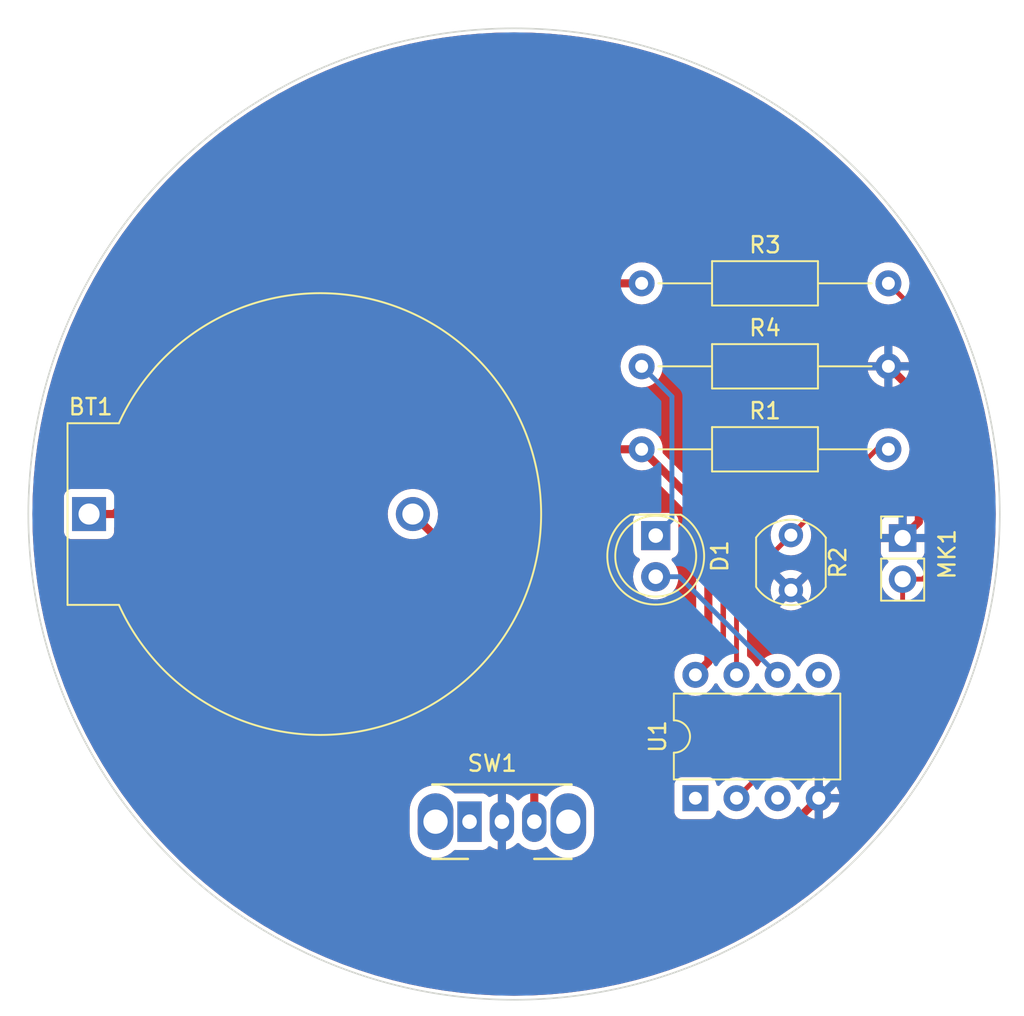
<source format=kicad_pcb>
(kicad_pcb (version 20221018) (generator pcbnew)
  (layers (0 "F.Cu" signal) (31 "B.Cu" signal) (34 "B.Paste" user) (35 "F.Paste" user) (36 "B.SilkS" user "B.Silkscreen") (37 "F.SilkS" user "F.Silkscreen") (38 "B.Mask" user) (39 "F.Mask" user) (44 "Edge.Cuts" user))
  (net 0 "")
  (net 1 "+3.3V")
  (net 2 "Net-(BT1--)")
  (net 3 "Net-(D1-K)")
  (net 4 "/LED")
  (net 5 "GND")
  (net 6 "/MIC")
  (net 7 "/LDR")
  (footprint "Package_DIP:DIP-8_W7.62mm" (layer "F.Cu") (at 144.7 114.8 90)
    (fp_text reference "U1" (at 3.81 -2.33 90) (layer "F.SilkS"))
    (fp_text value "ATtiny85V-10P")
    (fp_line (start 1.16 -1.33) (end 1.16 8.95) (stroke (width 0.12)) (layer "F.SilkS"))
    (fp_line (start 1.16 8.95) (end 6.46 8.95) (stroke (width 0.12)) (layer "F.SilkS"))
    (fp_line (start 2.81 -1.33) (end 1.16 -1.33) (stroke (width 0.12)) (layer "F.SilkS"))
    (fp_line (start 6.46 -1.33) (end 4.81 -1.33) (stroke (width 0.12)) (layer "F.SilkS"))
    (fp_line (start 6.46 8.95) (end 6.46 -1.33) (stroke (width 0.12)) (layer "F.SilkS"))
    (fp_arc (start 4.81 -1.33) (mid 3.81 -0.33) (end 2.81 -1.33) (stroke (width 0.12)) (layer "F.SilkS"))
    (pad "1" thru_hole rect (at 0 0 90) (size 1.6 1.6) (drill 0.8) (layers "*.Cu" "*.Mask"))
    (pad "2" thru_hole oval (at 0 2.54 90) (size 1.6 1.6) (drill 0.8) (layers "*.Cu" "*.Mask") (net 6 "/MIC"))
    (pad "3" thru_hole oval (at 0 5.08 90) (size 1.6 1.6) (drill 0.8) (layers "*.Cu" "*.Mask"))
    (pad "4" thru_hole oval (at 0 7.62 90) (size 1.6 1.6) (drill 0.8) (layers "*.Cu" "*.Mask") (net 5 "GND"))
    (pad "5" thru_hole oval (at 7.62 7.62 90) (size 1.6 1.6) (drill 0.8) (layers "*.Cu" "*.Mask"))
    (pad "6" thru_hole oval (at 7.62 5.08 90) (size 1.6 1.6) (drill 0.8) (layers "*.Cu" "*.Mask") (net 4 "/LED"))
    (pad "7" thru_hole oval (at 7.62 2.54 90) (size 1.6 1.6) (drill 0.8) (layers "*.Cu" "*.Mask") (net 7 "/LDR"))
    (pad "8" thru_hole oval (at 7.62 0 90) (size 1.6 1.6) (drill 0.8) (layers "*.Cu" "*.Mask") (net 1 "+3.3V"))
  )
  (footprint "Resistor_THT:R_Axial_DIN0207_L6.3mm_D2.5mm_P15.24mm_Horizontal" (layer "F.Cu") (at 141.38 83)
    (fp_text reference "R3" (at 7.62 -2.37) (layer "F.SilkS"))
    (fp_text value "5.6k")
    (fp_line (start 1.04 0) (end 4.35 0) (stroke (width 0.12)) (layer "F.SilkS"))
    (fp_line (start 4.35 -1.37) (end 4.35 1.37) (stroke (width 0.12)) (layer "F.SilkS"))
    (fp_line (start 4.35 1.37) (end 10.89 1.37) (stroke (width 0.12)) (layer "F.SilkS"))
    (fp_line (start 10.89 -1.37) (end 4.35 -1.37) (stroke (width 0.12)) (layer "F.SilkS"))
    (fp_line (start 10.89 1.37) (end 10.89 -1.37) (stroke (width 0.12)) (layer "F.SilkS"))
    (fp_line (start 14.2 0) (end 10.89 0) (stroke (width 0.12)) (layer "F.SilkS"))
    (pad "1" thru_hole circle (at 0 0) (size 1.6 1.6) (drill 0.8) (layers "*.Cu" "*.Mask") (net 1 "+3.3V"))
    (pad "2" thru_hole oval (at 15.24 0) (size 1.6 1.6) (drill 0.8) (layers "*.Cu" "*.Mask") (net 6 "/MIC"))
  )
  (footprint "Connector_PinHeader_2.54mm:PinHeader_1x02_P2.54mm_Vertical" (layer "F.Cu") (at 157.5 98.73)
    (fp_text reference "MK1" (at 2.75 1 90) (layer "F.SilkS"))
    (fp_text value "Microphone_Condenser")
    (fp_line (start -1.33 -1.33) (end 0 -1.33) (stroke (width 0.12)) (layer "F.SilkS"))
    (fp_line (start -1.33 0) (end -1.33 -1.33) (stroke (width 0.12)) (layer "F.SilkS"))
    (fp_line (start -1.33 1.27) (end -1.33 3.87) (stroke (width 0.12)) (layer "F.SilkS"))
    (fp_line (start -1.33 1.27) (end 1.33 1.27) (stroke (width 0.12)) (layer "F.SilkS"))
    (fp_line (start -1.33 3.87) (end 1.33 3.87) (stroke (width 0.12)) (layer "F.SilkS"))
    (fp_line (start 1.33 1.27) (end 1.33 3.87) (stroke (width 0.12)) (layer "F.SilkS"))
    (pad "1" thru_hole rect (at 0 0) (size 1.7 1.7) (drill 1) (layers "*.Cu" "*.Mask") (net 5 "GND"))
    (pad "2" thru_hole oval (at 0 2.54) (size 1.7 1.7) (drill 1) (layers "*.Cu" "*.Mask") (net 6 "/MIC"))
  )
  (footprint "Resistor_THT:R_Axial_DIN0207_L6.3mm_D2.5mm_P15.24mm_Horizontal" (layer "F.Cu") (at 141.38 88.125)
    (fp_text reference "R4" (at 7.62 -2.37) (layer "F.SilkS"))
    (fp_text value "470R")
    (fp_line (start 1.04 0) (end 4.35 0) (stroke (width 0.12)) (layer "F.SilkS"))
    (fp_line (start 4.35 -1.37) (end 4.35 1.37) (stroke (width 0.12)) (layer "F.SilkS"))
    (fp_line (start 4.35 1.37) (end 10.89 1.37) (stroke (width 0.12)) (layer "F.SilkS"))
    (fp_line (start 10.89 -1.37) (end 4.35 -1.37) (stroke (width 0.12)) (layer "F.SilkS"))
    (fp_line (start 10.89 1.37) (end 10.89 -1.37) (stroke (width 0.12)) (layer "F.SilkS"))
    (fp_line (start 14.2 0) (end 10.89 0) (stroke (width 0.12)) (layer "F.SilkS"))
    (pad "1" thru_hole circle (at 0 0) (size 1.6 1.6) (drill 0.8) (layers "*.Cu" "*.Mask") (net 3 "Net-(D1-K)"))
    (pad "2" thru_hole oval (at 15.24 0) (size 1.6 1.6) (drill 0.8) (layers "*.Cu" "*.Mask") (net 5 "GND"))
  )
  (footprint "OptoDevice:R_LDR_5.1x4.3mm_P3.4mm_Vertical" (layer "F.Cu") (at 150.6 98.55 -90)
    (fp_text reference "R2" (at 1.7 -2.9 90) (layer "F.SilkS"))
    (fp_text value "5mm LDR")
    (fp_line (start 0.15 -2.15) (end 3.2 -2.15) (stroke (width 0.12)) (layer "F.SilkS"))
    (fp_line (start 0.15 2.15) (end 3.2 2.15) (stroke (width 0.12)) (layer "F.SilkS"))
    (fp_arc (start 0.15 2.15) (mid -0.950438 -0.013368) (end 0.171766 -2.165525) (stroke (width 0.12)) (layer "F.SilkS"))
    (fp_arc (start 3.2 -2.15) (mid 4.321403 -0.027338) (end 3.244513 2.118249) (stroke (width 0.12)) (layer "F.SilkS"))
    (pad "1" thru_hole circle (at 0 0 270) (size 1.5 1.5) (drill 0.8) (layers "*.Cu" "*.Mask") (net 7 "/LDR"))
    (pad "2" thru_hole circle (at 3.4 0 270) (size 1.5 1.5) (drill 0.8) (layers "*.Cu" "*.Mask") (net 5 "GND"))
  )
  (footprint "LED_THT:LED_D5.0mm" (layer "F.Cu") (at 142.25 98.58 -90)
    (fp_text reference "D1" (at 1.27 -3.96 90) (layer "F.SilkS"))
    (fp_text value "5mm Yellow LED")
    (fp_line (start -1.29 -1.545) (end -1.29 1.545) (stroke (width 0.12)) (layer "F.SilkS"))
    (fp_arc (start -1.29 -1.54483) (mid 2.072002 -2.880433) (end 4.26 0.000462) (stroke (width 0.12)) (layer "F.SilkS"))
    (fp_arc (start 4.26 -0.000462) (mid 2.072002 2.880433) (end -1.29 1.54483) (stroke (width 0.12)) (layer "F.SilkS"))
    (fp_circle (center 1.27 0) (end 3.77 0) (stroke (width 0.12)) (fill none) (layer "F.SilkS"))
    (pad "1" thru_hole rect (at 0 0 270) (size 1.8 1.8) (drill 0.9) (layers "*.Cu" "*.Mask") (net 3 "Net-(D1-K)"))
    (pad "2" thru_hole circle (at 2.54 0 270) (size 1.8 1.8) (drill 0.9) (layers "*.Cu" "*.Mask") (net 4 "/LED"))
  )
  (footprint "Battery:BatteryHolder_ComfortableElectronic_CH273-2450_1x2450" (layer "F.Cu") (at 107.25 97.25)
    (fp_text reference "BT1" (at 0.1 -6.62) (layer "F.SilkS"))
    (fp_text value "3.3V Cell")
    (fp_line (start -1.33 -5.61) (end 1.845 -5.61) (stroke (width 0.12)) (layer "F.SilkS"))
    (fp_line (start -1.33 5.61) (end -1.33 -5.61) (stroke (width 0.12)) (layer "F.SilkS"))
    (fp_line (start 1.845 5.61) (end -1.33 5.61) (stroke (width 0.12)) (layer "F.SilkS"))
    (fp_arc (start 1.845 -5.61) (mid 27.921896 0) (end 1.845 5.61) (stroke (width 0.12)) (layer "F.SilkS"))
    (pad "1" thru_hole rect (at 0 0 270) (size 2.1 2.1) (drill 1.3) (layers "*.Cu" "*.Mask") (net 1 "+3.3V"))
    (pad "2" thru_hole circle (at 20 0 270) (size 2.1 2.1) (drill 1.3) (layers "*.Cu" "*.Mask") (net 2 "Net-(BT1--)"))
  )
  (footprint "Resistor_THT:R_Axial_DIN0207_L6.3mm_D2.5mm_P15.24mm_Horizontal" (layer "F.Cu") (at 141.38 93.25)
    (fp_text reference "R1" (at 7.62 -2.37) (layer "F.SilkS"))
    (fp_text value "10k")
    (fp_line (start 1.04 0) (end 4.35 0) (stroke (width 0.12)) (layer "F.SilkS"))
    (fp_line (start 4.35 -1.37) (end 4.35 1.37) (stroke (width 0.12)) (layer "F.SilkS"))
    (fp_line (start 4.35 1.37) (end 10.89 1.37) (stroke (width 0.12)) (layer "F.SilkS"))
    (fp_line (start 10.89 -1.37) (end 4.35 -1.37) (stroke (width 0.12)) (layer "F.SilkS"))
    (fp_line (start 10.89 1.37) (end 10.89 -1.37) (stroke (width 0.12)) (layer "F.SilkS"))
    (fp_line (start 14.2 0) (end 10.89 0) (stroke (width 0.12)) (layer "F.SilkS"))
    (pad "1" thru_hole circle (at 0 0) (size 1.6 1.6) (drill 0.8) (layers "*.Cu" "*.Mask") (net 1 "+3.3V"))
    (pad "2" thru_hole oval (at 15.24 0) (size 1.6 1.6) (drill 0.8) (layers "*.Cu" "*.Mask") (net 7 "/LDR"))
  )
  (footprint "Button_Switch_THT:SW_CuK_OS102011MA1QN1_SPDT_Angled" (layer "F.Cu") (at 130.75 116.25)
    (fp_text reference "SW1" (at 1.4 -3.6) (layer "F.SilkS"))
    (fp_text value "SW_SPDT")
    (fp_line (start -2.3 -2.3) (end 6.3 -2.3) (stroke (width 0.15)) (layer "F.SilkS"))
    (fp_line (start -2.3 2.3) (end -0.1 2.3) (stroke (width 0.15)) (layer "F.SilkS"))
    (fp_line (start 4 2.3) (end 6.3 2.3) (stroke (width 0.15)) (layer "F.SilkS"))
    (pad "" thru_hole oval (at -2.1 0) (size 2.2 3.5) (drill 1.5) (layers "*.Cu" "*.Mask"))
    (pad "" thru_hole oval (at 6.1 0) (size 2.2 3.5) (drill 1.5) (layers "*.Cu" "*.Mask"))
    (pad "1" thru_hole rect (at 0 0) (size 1.5 2.5) (drill 0.9) (layers "*.Cu" "*.Mask"))
    (pad "2" thru_hole oval (at 2 0) (size 1.5 2.5) (drill 0.9) (layers "*.Cu" "*.Mask") (net 5 "GND"))
    (pad "3" thru_hole oval (at 4 0) (size 1.5 2.5) (drill 0.9) (layers "*.Cu" "*.Mask") (net 2 "Net-(BT1--)"))
  )
  (gr_circle locked (center 133.5 97.25) (end 163.5 97.25) (stroke (width 0.1)) (fill none) (layer "Edge.Cuts"))
  (segment (start 137.25 84) (end 137.25 91.75) (width 0.5) (layer "F.Cu") (net 1))
  (segment (start 138.75 93.25) (end 141.38 93.25) (width 0.5) (layer "F.Cu") (net 1))
  (segment (start 138.25 83) (end 137.25 84) (width 0.5) (layer "F.Cu") (net 1))
  (segment (start 112.8 93.25) (end 138.75 93.25) (width 0.5) (layer "F.Cu") (net 1))
  (segment (start 137.25 91.75) (end 138.75 93.25) (width 0.5) (layer "F.Cu") (net 1))
  (segment (start 141.38 83) (end 138.25 83) (width 0.5) (layer "F.Cu") (net 1))
  (segment (start 141.38 93.25) (end 145.5 97.37) (width 0.5) (layer "F.Cu") (net 1))
  (segment (start 145.5 97.37) (end 145.499999 106.380001) (width 0.5) (layer "F.Cu") (net 1))
  (segment (start 145.499999 106.380001) (end 144.7 107.18) (width 0.5) (layer "F.Cu") (net 1))
  (segment (start 107.25 97.25) (end 108.8 97.25) (width 0.5) (layer "F.Cu") (net 1))
  (segment (start 108.8 97.25) (end 112.8 93.25) (width 0.5) (layer "F.Cu") (net 1))
  (segment (start 134.75 104.75) (end 134.75 116.25) (width 0.5) (layer "F.Cu") (net 2))
  (segment (start 127.25 97.25) (end 134.75 104.75) (width 0.5) (layer "F.Cu") (net 2))
  (segment (start 141.38 88.125) (end 143.25 89.995) (width 0.3) (layer "B.Cu") (net 3))
  (segment (start 143.25 97.58) (end 142.25 98.58) (width 0.3) (layer "B.Cu") (net 3))
  (segment (start 143.25 89.995) (end 143.25 97.58) (width 0.3) (layer "B.Cu") (net 3))
  (segment (start 143.72 101.12) (end 149.78 107.18) (width 0.3) (layer "B.Cu") (net 4))
  (segment (start 142.25 101.12) (end 143.72 101.12) (width 0.3) (layer "B.Cu") (net 4))
  (segment (start 158.5 97.73) (end 157.5 98.73) (width 0.5) (layer "F.Cu") (net 5))
  (segment (start 132.75 118.75) (end 132.75 116.25) (width 0.5) (layer "F.Cu") (net 5))
  (segment (start 152.32 114.8) (end 147.12 120) (width 0.5) (layer "F.Cu") (net 5))
  (segment (start 147.12 120) (end 134 120) (width 0.5) (layer "F.Cu") (net 5))
  (segment (start 158.5 90.005) (end 158.5 97.73) (width 0.5) (layer "F.Cu") (net 5))
  (segment (start 134 120) (end 132.75 118.75) (width 0.5) (layer "F.Cu") (net 5))
  (segment (start 156.62 88.125) (end 158.5 90.005) (width 0.5) (layer "F.Cu") (net 5))
  (segment (start 153.82 98.73) (end 157.5 98.73) (width 0.5) (layer "F.Cu") (net 5))
  (segment (start 150.6 101.95) (end 153.82 98.73) (width 0.5) (layer "F.Cu") (net 5))
  (segment (start 154.5 105.85) (end 154.5 112.62) (width 0.5) (layer "B.Cu") (net 5))
  (segment (start 150.6 101.95) (end 154.5 105.85) (width 0.5) (layer "B.Cu") (net 5))
  (segment (start 154.5 112.62) (end 152.32 114.8) (width 0.5) (layer "B.Cu") (net 5))
  (segment (start 150.79 111.25) (end 147.24 114.8) (width 0.3) (layer "F.Cu") (net 6))
  (segment (start 159.75 100.25) (end 159.75 86.13) (width 0.3) (layer "F.Cu") (net 6))
  (segment (start 152.75 111.25) (end 150.79 111.25) (width 0.3) (layer "F.Cu") (net 6))
  (segment (start 159.75 86.13) (end 156.62 83) (width 0.3) (layer "F.Cu") (net 6))
  (segment (start 157.5 101.27) (end 158.73 101.27) (width 0.3) (layer "F.Cu") (net 6))
  (segment (start 157.5 106.5) (end 152.75 111.25) (width 0.3) (layer "F.Cu") (net 6))
  (segment (start 158.73 101.27) (end 159.75 100.25) (width 0.3) (layer "F.Cu") (net 6))
  (segment (start 157.5 101.27) (end 157.5 106.5) (width 0.3) (layer "F.Cu") (net 6))
  (segment (start 155.9 93.25) (end 156.62 93.25) (width 0.3) (layer "F.Cu") (net 7))
  (segment (start 147.24 107.18) (end 147.24 101.91) (width 0.3) (layer "F.Cu") (net 7))
  (segment (start 147.24 101.91) (end 150.6 98.55) (width 0.3) (layer "F.Cu") (net 7))
  (segment (start 150.6 98.55) (end 155.9 93.25) (width 0.3) (layer "F.Cu") (net 7))
  (zone (net 5) (net_name "GND") (layers "F&B.Cu") (connect_pads (clearance 0.5)) (min_thickness 0.25) (fill yes (thermal_gap 0.5) (thermal_bridge_width 0.5))
    (polygon (pts (xy 110.25 73.5) (xy 129.5 65.5) (xy 149 69.25) (xy 160.75 81.5) (xy 165 96.75) (xy 161.75 111.75) (xy 151.25 124) (xy 136 128.25) (xy 119.25 126.75) (xy 104 111.5) (xy 101.75 91.75) (xy 108.25 76)))
  )
)
</source>
